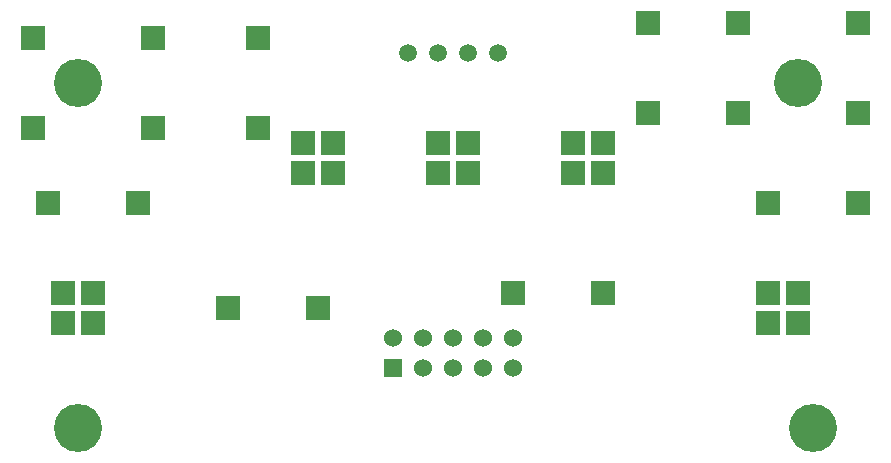
<source format=gbs>
G04 (created by PCBNEW (2013-07-07 BZR 4022)-stable) date 15/10/2017 18:41:22*
%MOIN*%
G04 Gerber Fmt 3.4, Leading zero omitted, Abs format*
%FSLAX34Y34*%
G01*
G70*
G90*
G04 APERTURE LIST*
%ADD10C,0.00590551*%
%ADD11R,0.0787402X0.0787402*%
%ADD12R,0.06X0.06*%
%ADD13C,0.06*%
%ADD14C,0.0590551*%
%ADD15C,0.16*%
G04 APERTURE END LIST*
G54D10*
G54D11*
X47000Y-24000D03*
X50000Y-24000D03*
X48000Y-18000D03*
X48000Y-15000D03*
X64000Y-17500D03*
X64000Y-14500D03*
X68000Y-17500D03*
X68000Y-14500D03*
X41000Y-20500D03*
X44000Y-20500D03*
X44500Y-18000D03*
X44500Y-15000D03*
X61000Y-17500D03*
X61000Y-14500D03*
X56500Y-23500D03*
X59500Y-23500D03*
X65000Y-20500D03*
X68000Y-20500D03*
X40500Y-15000D03*
X40500Y-18000D03*
G54D12*
X52500Y-26000D03*
G54D13*
X52500Y-25000D03*
X53500Y-26000D03*
X53500Y-25000D03*
X54500Y-26000D03*
X54500Y-25000D03*
X55500Y-26000D03*
X55500Y-25000D03*
X56500Y-26000D03*
X56500Y-25000D03*
G54D14*
X53000Y-15500D03*
X54000Y-15500D03*
X55000Y-15500D03*
X56000Y-15500D03*
G54D11*
X49500Y-19500D03*
X49500Y-18500D03*
X50500Y-18500D03*
X50500Y-19500D03*
X41500Y-24500D03*
X41500Y-23500D03*
X42500Y-23500D03*
X42500Y-24500D03*
X58500Y-19500D03*
X58500Y-18500D03*
X59500Y-18500D03*
X59500Y-19500D03*
X65000Y-24500D03*
X65000Y-23500D03*
X66000Y-23500D03*
X66000Y-24500D03*
X54000Y-19500D03*
X54000Y-18500D03*
X55000Y-18500D03*
X55000Y-19500D03*
G54D15*
X42000Y-28000D03*
X66500Y-28000D03*
X66000Y-16500D03*
X42000Y-16500D03*
M02*

</source>
